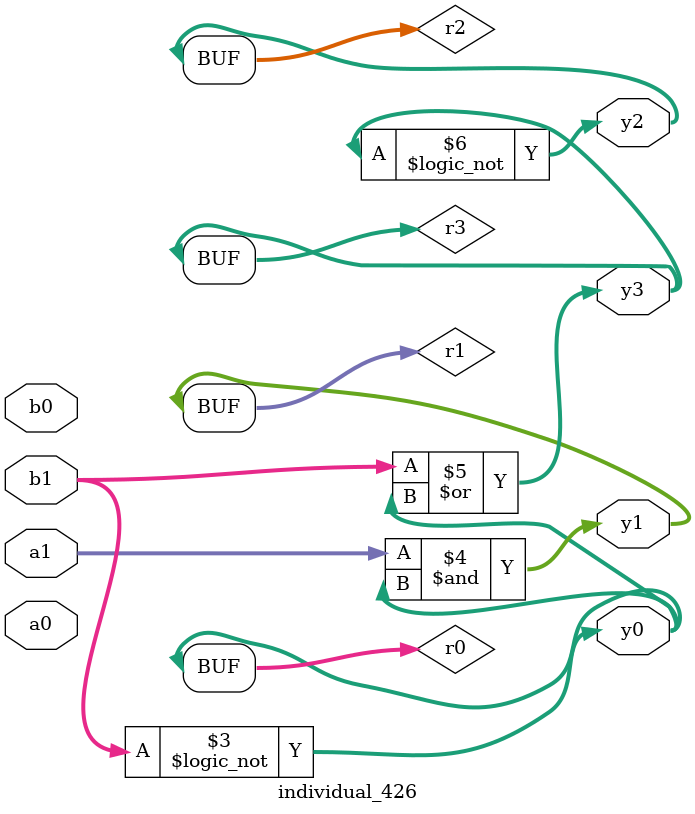
<source format=sv>
module individual_426(input logic [15:0] a1, input logic [15:0] a0, input logic [15:0] b1, input logic [15:0] b0, output logic [15:0] y3, output logic [15:0] y2, output logic [15:0] y1, output logic [15:0] y0);
logic [15:0] r0, r1, r2, r3; 
 always@(*) begin 
	 r0 = a0; r1 = a1; r2 = b0; r3 = b1; 
 	 r0  ^=  r3 ;
 	 r0 = ! r3 ;
 	 r1  &=  r0 ;
 	 r3  |=  r0 ;
 	 r2 = ! r3 ;
 	 y3 = r3; y2 = r2; y1 = r1; y0 = r0; 
end
endmodule
</source>
